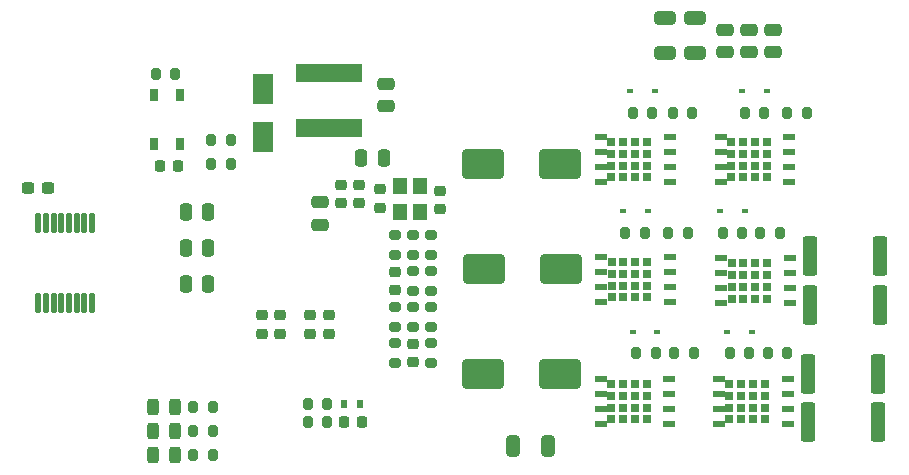
<source format=gbr>
%TF.GenerationSoftware,KiCad,Pcbnew,6.99.0-unknown-f8b157a1fb~149~ubuntu22.04.1*%
%TF.CreationDate,2022-10-15T12:14:30+11:00*%
%TF.ProjectId,STSPIN32G4,53545350-494e-4333-9247-342e6b696361,rev?*%
%TF.SameCoordinates,Original*%
%TF.FileFunction,Paste,Top*%
%TF.FilePolarity,Positive*%
%FSLAX46Y46*%
G04 Gerber Fmt 4.6, Leading zero omitted, Abs format (unit mm)*
G04 Created by KiCad (PCBNEW 6.99.0-unknown-f8b157a1fb~149~ubuntu22.04.1) date 2022-10-15 12:14:30*
%MOMM*%
%LPD*%
G01*
G04 APERTURE LIST*
G04 Aperture macros list*
%AMRoundRect*
0 Rectangle with rounded corners*
0 $1 Rounding radius*
0 $2 $3 $4 $5 $6 $7 $8 $9 X,Y pos of 4 corners*
0 Add a 4 corners polygon primitive as box body*
4,1,4,$2,$3,$4,$5,$6,$7,$8,$9,$2,$3,0*
0 Add four circle primitives for the rounded corners*
1,1,$1+$1,$2,$3*
1,1,$1+$1,$4,$5*
1,1,$1+$1,$6,$7*
1,1,$1+$1,$8,$9*
0 Add four rect primitives between the rounded corners*
20,1,$1+$1,$2,$3,$4,$5,0*
20,1,$1+$1,$4,$5,$6,$7,0*
20,1,$1+$1,$6,$7,$8,$9,0*
20,1,$1+$1,$8,$9,$2,$3,0*%
G04 Aperture macros list end*
%ADD10RoundRect,0.125000X0.125000X-0.762500X0.125000X0.762500X-0.125000X0.762500X-0.125000X-0.762500X0*%
%ADD11RoundRect,0.237500X-0.300000X-0.237500X0.300000X-0.237500X0.300000X0.237500X-0.300000X0.237500X0*%
%ADD12RoundRect,0.200000X0.200000X0.275000X-0.200000X0.275000X-0.200000X-0.275000X0.200000X-0.275000X0*%
%ADD13RoundRect,0.200000X-0.200000X-0.275000X0.200000X-0.275000X0.200000X0.275000X-0.200000X0.275000X0*%
%ADD14RoundRect,0.250000X0.362500X1.425000X-0.362500X1.425000X-0.362500X-1.425000X0.362500X-1.425000X0*%
%ADD15RoundRect,0.200000X-0.275000X0.200000X-0.275000X-0.200000X0.275000X-0.200000X0.275000X0.200000X0*%
%ADD16RoundRect,0.200000X0.275000X-0.200000X0.275000X0.200000X-0.275000X0.200000X-0.275000X-0.200000X0*%
%ADD17R,0.800000X0.800000*%
%ADD18R,1.100000X0.500000*%
%ADD19R,0.600000X0.450000*%
%ADD20RoundRect,0.225000X-0.250000X0.225000X-0.250000X-0.225000X0.250000X-0.225000X0.250000X0.225000X0*%
%ADD21RoundRect,0.250000X-0.475000X0.250000X-0.475000X-0.250000X0.475000X-0.250000X0.475000X0.250000X0*%
%ADD22RoundRect,0.250000X-0.250000X-0.475000X0.250000X-0.475000X0.250000X0.475000X-0.250000X0.475000X0*%
%ADD23RoundRect,0.250000X1.500000X1.000000X-1.500000X1.000000X-1.500000X-1.000000X1.500000X-1.000000X0*%
%ADD24R,1.800000X2.500000*%
%ADD25RoundRect,0.225000X0.250000X-0.225000X0.250000X0.225000X-0.250000X0.225000X-0.250000X-0.225000X0*%
%ADD26RoundRect,0.225000X0.225000X0.250000X-0.225000X0.250000X-0.225000X-0.250000X0.225000X-0.250000X0*%
%ADD27RoundRect,0.250000X0.325000X0.650000X-0.325000X0.650000X-0.325000X-0.650000X0.325000X-0.650000X0*%
%ADD28R,0.600000X0.700000*%
%ADD29RoundRect,0.250000X0.475000X-0.250000X0.475000X0.250000X-0.475000X0.250000X-0.475000X-0.250000X0*%
%ADD30RoundRect,0.225000X-0.225000X-0.250000X0.225000X-0.250000X0.225000X0.250000X-0.225000X0.250000X0*%
%ADD31RoundRect,0.243750X0.243750X0.456250X-0.243750X0.456250X-0.243750X-0.456250X0.243750X-0.456250X0*%
%ADD32R,0.650000X1.050000*%
%ADD33RoundRect,0.250000X0.650000X-0.325000X0.650000X0.325000X-0.650000X0.325000X-0.650000X-0.325000X0*%
%ADD34R,1.200000X1.400000*%
%ADD35R,5.700000X1.600000*%
G04 APERTURE END LIST*
D10*
%TO.C,U3*%
X-58155000Y-2142500D03*
X-57505000Y-2142500D03*
X-56855000Y-2142500D03*
X-56205000Y-2142500D03*
X-55555000Y-2142500D03*
X-54905000Y-2142500D03*
X-54255000Y-2142500D03*
X-53605000Y-2142500D03*
X-53605000Y4682500D03*
X-54255000Y4682500D03*
X-54905000Y4682500D03*
X-55555000Y4682500D03*
X-56205000Y4682500D03*
X-56855000Y4682500D03*
X-57505000Y4682500D03*
X-58155000Y4682500D03*
%TD*%
D11*
%TO.C,C14*%
X-59028500Y7620000D03*
X-57303500Y7620000D03*
%TD*%
D12*
%TO.C,R3*%
X-41847000Y11684000D03*
X-43497000Y11684000D03*
%TD*%
D13*
%TO.C,R2*%
X-43497000Y9652000D03*
X-41847000Y9652000D03*
%TD*%
D14*
%TO.C,R15*%
X7197500Y-2238000D03*
X13122500Y-2238000D03*
%TD*%
%TO.C,R14*%
X13122500Y1905000D03*
X7197500Y1905000D03*
%TD*%
D15*
%TO.C,R29*%
X-27940000Y-5525000D03*
X-27940000Y-7175000D03*
%TD*%
D16*
%TO.C,R27*%
X-26416000Y-4127000D03*
X-26416000Y-2477000D03*
%TD*%
D15*
%TO.C,R26*%
X-27940000Y-2477000D03*
X-27940000Y-4127000D03*
%TD*%
D16*
%TO.C,R24*%
X-24892000Y-5525000D03*
X-24892000Y-7175000D03*
%TD*%
%TO.C,R23*%
X-24892000Y-4127000D03*
X-24892000Y-2477000D03*
%TD*%
D13*
%TO.C,R20*%
X6921000Y13970000D03*
X5271000Y13970000D03*
%TD*%
%TO.C,R19*%
X-4445000Y13970000D03*
X-2795000Y13970000D03*
%TD*%
D12*
%TO.C,R18*%
X3301000Y13970000D03*
X1651000Y13970000D03*
%TD*%
%TO.C,R17*%
X-6160000Y13970000D03*
X-7810000Y13970000D03*
%TD*%
D13*
%TO.C,R12*%
X4635000Y3810000D03*
X2985000Y3810000D03*
%TD*%
%TO.C,R11*%
X-4825000Y3810000D03*
X-3175000Y3810000D03*
%TD*%
D12*
%TO.C,R4*%
X-190000Y3810000D03*
X1460000Y3810000D03*
%TD*%
%TO.C,R1*%
X-6795000Y3810000D03*
X-8445000Y3810000D03*
%TD*%
D17*
%TO.C,Q6*%
X3507999Y8524999D03*
X3507999Y9524999D03*
X3507999Y10524999D03*
X3507999Y11524999D03*
X2507999Y8524999D03*
X2507999Y9524999D03*
X2507999Y10524999D03*
X2507999Y11524999D03*
X1507999Y8524999D03*
X1507999Y9524999D03*
X1507999Y10524999D03*
X1507999Y11524999D03*
X507999Y8524999D03*
X507999Y9524999D03*
X507999Y10524999D03*
X507999Y11524999D03*
D18*
X5439999Y11929999D03*
X-359999Y8119999D03*
X-359999Y9389999D03*
X-359999Y10659999D03*
X-359999Y11929999D03*
X5439999Y8119999D03*
X5439999Y9389999D03*
X5439999Y10659999D03*
%TD*%
%TO.C,Q5*%
X-4703999Y10659999D03*
X-4703999Y9389999D03*
X-4703999Y8119999D03*
X-10503999Y11929999D03*
X-10503999Y10659999D03*
X-10503999Y9389999D03*
X-10503999Y8119999D03*
X-4703999Y11929999D03*
D17*
X-9635999Y11524999D03*
X-9635999Y10524999D03*
X-9635999Y9524999D03*
X-9635999Y8524999D03*
X-8635999Y11524999D03*
X-8635999Y10524999D03*
X-8635999Y9524999D03*
X-8635999Y8524999D03*
X-7635999Y11524999D03*
X-7635999Y10524999D03*
X-7635999Y9524999D03*
X-7635999Y8524999D03*
X-6635999Y11524999D03*
X-6635999Y10524999D03*
X-6635999Y9524999D03*
X-6635999Y8524999D03*
%TD*%
%TO.C,Q4*%
X3539999Y-1729999D03*
X3539999Y-729999D03*
X3539999Y269999D03*
X3539999Y1269999D03*
X2539999Y-1729999D03*
X2539999Y-729999D03*
X2539999Y269999D03*
X2539999Y1269999D03*
X1539999Y-1729999D03*
X1539999Y-729999D03*
X1539999Y269999D03*
X1539999Y1269999D03*
X539999Y-1729999D03*
X539999Y-729999D03*
X539999Y269999D03*
X539999Y1269999D03*
D18*
X5471999Y1674999D03*
X-327999Y-2134999D03*
X-327999Y-864999D03*
X-327999Y404999D03*
X-327999Y1674999D03*
X5471999Y-2134999D03*
X5471999Y-864999D03*
X5471999Y404999D03*
%TD*%
%TO.C,Q3*%
X-4687999Y499999D03*
X-4687999Y-769999D03*
X-4687999Y-2039999D03*
X-10487999Y1769999D03*
X-10487999Y499999D03*
X-10487999Y-769999D03*
X-10487999Y-2039999D03*
X-4687999Y1769999D03*
D17*
X-9619999Y1364999D03*
X-9619999Y364999D03*
X-9619999Y-634999D03*
X-9619999Y-1634999D03*
X-8619999Y1364999D03*
X-8619999Y364999D03*
X-8619999Y-634999D03*
X-8619999Y-1634999D03*
X-7619999Y1364999D03*
X-7619999Y364999D03*
X-7619999Y-634999D03*
X-7619999Y-1634999D03*
X-6619999Y1364999D03*
X-6619999Y364999D03*
X-6619999Y-634999D03*
X-6619999Y-1634999D03*
%TD*%
D19*
%TO.C,D12*%
X1425999Y15874999D03*
X3525999Y15874999D03*
%TD*%
%TO.C,D11*%
X-8034999Y15874999D03*
X-5934999Y15874999D03*
%TD*%
%TO.C,D10*%
X1684999Y5714999D03*
X-414999Y5714999D03*
%TD*%
%TO.C,D1*%
X-8669999Y5714999D03*
X-6569999Y5714999D03*
%TD*%
D20*
%TO.C,C29*%
X-26416000Y-5575000D03*
X-26416000Y-7125000D03*
%TD*%
D21*
%TO.C,C28*%
X4064000Y21016000D03*
X4064000Y19116000D03*
%TD*%
D22*
%TO.C,C27*%
X-45654000Y-508000D03*
X-43754000Y-508000D03*
%TD*%
D21*
%TO.C,C26*%
X2032000Y21016000D03*
X2032000Y19116000D03*
%TD*%
D22*
%TO.C,C24*%
X-45654000Y2540000D03*
X-43754000Y2540000D03*
%TD*%
D14*
%TO.C,R10*%
X12945500Y-12169000D03*
X7020500Y-12169000D03*
%TD*%
D17*
%TO.C,Q1*%
X-6651999Y-11961999D03*
X-6651999Y-10961999D03*
X-6651999Y-9961999D03*
X-6651999Y-8961999D03*
X-7651999Y-11961999D03*
X-7651999Y-10961999D03*
X-7651999Y-9961999D03*
X-7651999Y-8961999D03*
X-8651999Y-11961999D03*
X-8651999Y-10961999D03*
X-8651999Y-9961999D03*
X-8651999Y-8961999D03*
X-9651999Y-11961999D03*
X-9651999Y-10961999D03*
X-9651999Y-9961999D03*
X-9651999Y-8961999D03*
D18*
X-4719999Y-8556999D03*
X-10519999Y-12366999D03*
X-10519999Y-11096999D03*
X-10519999Y-9826999D03*
X-10519999Y-8556999D03*
X-4719999Y-12366999D03*
X-4719999Y-11096999D03*
X-4719999Y-9826999D03*
%TD*%
D12*
%TO.C,R13*%
X-5893000Y-6327000D03*
X-7543000Y-6327000D03*
%TD*%
D16*
%TO.C,R50*%
X-24892000Y-1066000D03*
X-24892000Y584000D03*
%TD*%
D23*
%TO.C,C31*%
X-13970000Y9652000D03*
X-20470000Y9652000D03*
%TD*%
D24*
%TO.C,D5*%
X-39115999Y11969999D03*
X-39115999Y15969999D03*
%TD*%
D25*
%TO.C,C18*%
X-24130000Y5829000D03*
X-24130000Y7379000D03*
%TD*%
D20*
%TO.C,C1*%
X-29210000Y7506000D03*
X-29210000Y5956000D03*
%TD*%
D26*
%TO.C,C15*%
X-46342000Y9525000D03*
X-47892000Y9525000D03*
%TD*%
D22*
%TO.C,C6*%
X-30795000Y10160000D03*
X-28895000Y10160000D03*
%TD*%
D21*
%TO.C,C13*%
X0Y21016000D03*
X0Y19116000D03*
%TD*%
D16*
%TO.C,R47*%
X-26416000Y1982000D03*
X-26416000Y3632000D03*
%TD*%
D27*
%TO.C,C23*%
X-14986000Y-14224000D03*
X-17936000Y-14224000D03*
%TD*%
D13*
%TO.C,R8*%
X-48196000Y17272000D03*
X-46546000Y17272000D03*
%TD*%
D12*
%TO.C,R25*%
X2031000Y-6350000D03*
X381000Y-6350000D03*
%TD*%
D28*
%TO.C,D8*%
X-30909999Y-10667999D03*
X-32309999Y-10667999D03*
%TD*%
D20*
%TO.C,C9*%
X-33528000Y-3149000D03*
X-33528000Y-4699000D03*
%TD*%
D21*
%TO.C,C2*%
X-34290000Y6411000D03*
X-34290000Y4511000D03*
%TD*%
D20*
%TO.C,C12*%
X-32512000Y7887000D03*
X-32512000Y6337000D03*
%TD*%
D29*
%TO.C,C$1*%
X-28702000Y14544000D03*
X-28702000Y16444000D03*
%TD*%
D19*
%TO.C,D7*%
X-7830999Y-4548999D03*
X-5730999Y-4548999D03*
%TD*%
D17*
%TO.C,Q2*%
X3355999Y-11961999D03*
X3355999Y-10961999D03*
X3355999Y-9961999D03*
X3355999Y-8961999D03*
X2355999Y-11961999D03*
X2355999Y-10961999D03*
X2355999Y-9961999D03*
X2355999Y-8961999D03*
X1355999Y-11961999D03*
X1355999Y-10961999D03*
X1355999Y-9961999D03*
X1355999Y-8961999D03*
X355999Y-11961999D03*
X355999Y-10961999D03*
X355999Y-9961999D03*
X355999Y-8961999D03*
D18*
X5287999Y-8556999D03*
X-511999Y-12366999D03*
X-511999Y-11096999D03*
X-511999Y-9826999D03*
X-511999Y-8556999D03*
X5287999Y-12366999D03*
X5287999Y-11096999D03*
X5287999Y-9826999D03*
%TD*%
D30*
%TO.C,C19*%
X-32271000Y-12192000D03*
X-30721000Y-12192000D03*
%TD*%
D31*
%TO.C,D4*%
X-46560500Y-12979000D03*
X-48435500Y-12979000D03*
%TD*%
D20*
%TO.C,C7*%
X-30988000Y6337000D03*
X-30988000Y7887000D03*
%TD*%
%TO.C,C10*%
X-39243000Y-3149000D03*
X-39243000Y-4699000D03*
%TD*%
D32*
%TO.C,SW1*%
X-48318999Y11386999D03*
X-48318999Y15536999D03*
X-46168999Y11386999D03*
X-46168999Y15536999D03*
%TD*%
D31*
%TO.C,D3*%
X-46560500Y-15011000D03*
X-48435500Y-15011000D03*
%TD*%
D15*
%TO.C,R41*%
X-27940000Y3632000D03*
X-27940000Y1982000D03*
%TD*%
D13*
%TO.C,R6*%
X-45021000Y-12979000D03*
X-43371000Y-12979000D03*
%TD*%
%TO.C,R37*%
X-35356000Y-10668000D03*
X-33706000Y-10668000D03*
%TD*%
D16*
%TO.C,R44*%
X-24892000Y1982000D03*
X-24892000Y3632000D03*
%TD*%
D20*
%TO.C,C22*%
X-27940000Y534000D03*
X-27940000Y-1016000D03*
%TD*%
D33*
%TO.C,C21*%
X-5080000Y19099000D03*
X-5080000Y22049000D03*
%TD*%
D34*
%TO.C,Y3*%
X-25819999Y5630999D03*
X-25819999Y7830999D03*
X-27519999Y7830999D03*
X-27519999Y5630999D03*
%TD*%
D12*
%TO.C,R39*%
X-33706000Y-12192000D03*
X-35356000Y-12192000D03*
%TD*%
D23*
%TO.C,C5*%
X-13895000Y762000D03*
X-20395000Y762000D03*
%TD*%
D20*
%TO.C,C8*%
X-35179000Y-3149000D03*
X-35179000Y-4699000D03*
%TD*%
D13*
%TO.C,R7*%
X-45021000Y-10947000D03*
X-43371000Y-10947000D03*
%TD*%
D15*
%TO.C,R53*%
X-26416000Y584000D03*
X-26416000Y-1066000D03*
%TD*%
D35*
%TO.C,L2*%
X-33527999Y12699999D03*
X-33527999Y17399999D03*
%TD*%
D14*
%TO.C,R9*%
X12945500Y-8105000D03*
X7020500Y-8105000D03*
%TD*%
D22*
%TO.C,C16*%
X-45654000Y5588000D03*
X-43754000Y5588000D03*
%TD*%
D31*
%TO.C,D6*%
X-46560500Y-10922000D03*
X-48435500Y-10922000D03*
%TD*%
D20*
%TO.C,C11*%
X-37719000Y-3149000D03*
X-37719000Y-4699000D03*
%TD*%
D19*
%TO.C,D2*%
X155999Y-4571999D03*
X2255999Y-4571999D03*
%TD*%
D13*
%TO.C,R16*%
X-4304000Y-6327000D03*
X-2654000Y-6327000D03*
%TD*%
D33*
%TO.C,C20*%
X-2540000Y19099000D03*
X-2540000Y22049000D03*
%TD*%
D13*
%TO.C,R28*%
X3620000Y-6350000D03*
X5270000Y-6350000D03*
%TD*%
D23*
%TO.C,C4*%
X-13970000Y-8128000D03*
X-20470000Y-8128000D03*
%TD*%
D13*
%TO.C,R5*%
X-45021000Y-15011000D03*
X-43371000Y-15011000D03*
%TD*%
M02*

</source>
